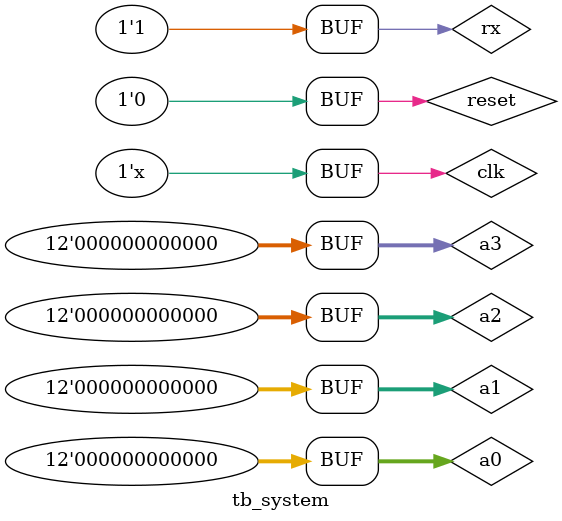
<source format=v>


`timescale 1ns/1ps
`default_nettype none

module tb_system;
    reg clk;
    reg reset;
	reg rx;
	wire tx;
	reg [11:0] a0, a1, a2, a3;
	wire [31:0] gp_out;
	
    // 24 MHz clock source
    always
        #(2*10.4167) clk = ~clk;
    
    // reset
    initial
    begin
`ifdef icarus
  		$dumpfile("tb_system.vcd");
		$dumpvars;
`endif
		
       // init regs
        clk = 1'b0;
        reset = 1'b1;
		rx = 1'b1;
		a0 = 12'h000;
		a1 = 12'h000;
		a2 = 12'h000;
		a3 = 12'h000;
		
        // release reset
        #1000
        reset = 1'b0;
        
`ifdef icarus
        // stop after 1 sec
		//#12000000 $finish;
		#700000 $finish;
`endif
    end
	
    // Unit under test
	system u_riscv(
		.clk24(clk),
		.reset(reset),
		.RX(rx),
		.TX(tx),
		.gp_in0({20'h00000,a0}),
		.gp_in1({20'h00000,a1}),
		.gp_in2({20'h00000,a2}),
		.gp_in3({20'h00000,a3}),
		.gp_out(gp_out)
	);
endmodule

</source>
